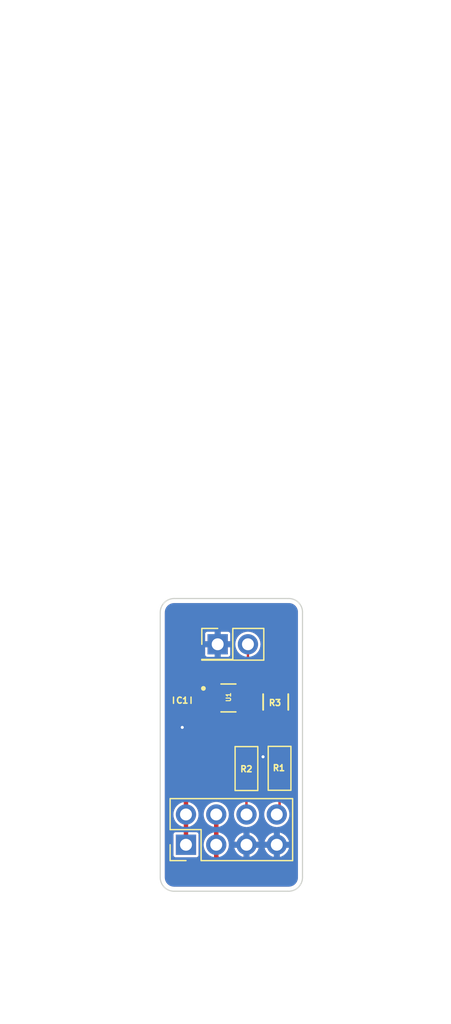
<source format=kicad_pcb>
(kicad_pcb (version 20240108) (generator "pcbnew") (generator_version "8.0")
  (layers (0 "F.Cu" signal) (31 "B.Cu" signal) (34 "B.Paste" user) (35 "F.Paste" user) (36 "B.SilkS" user "B.Silkscreen") (37 "F.SilkS" user "F.Silkscreen") (38 "B.Mask" user) (39 "F.Mask" user) (44 "Edge.Cuts" user))
  (net 0 "")
  (net 1 "GND")
  (net 2 "/Pass-Thru/VBUS_IN")
  (net 3 "/Pass-Thru/CC2")
  (net 4 "/Pass-Thru/CC1")
  (net 5 "/Pass-Thru/5V_OUT")
  (net 6 "/Pass-Thru/ISENSE")
  (footprint "Connector_PinHeader_2.54mm:PinHeader_2x04_P2.54mm_Vertical" (layer "F.Cu") (at 162.13 89.3 90)
    (property "Reference" "J1" (hide yes))
    (property "Value" "2x4 male 0.1\"")
    (fp_line (start 3.87 -1.33) (end 3.87 8.95) (stroke (width 0.12)) (layer "F.SilkS"))
    (fp_line (start 1.27 -1.33) (end 3.87 -1.33) (stroke (width 0.12)) (layer "F.SilkS"))
    (fp_line (start -1.33 -1.33) (end 0 -1.33) (stroke (width 0.12)) (layer "F.SilkS"))
    (fp_line (start -1.33 0) (end -1.33 -1.33) (stroke (width 0.12)) (layer "F.SilkS"))
    (fp_line (start 1.27 1.27) (end 1.27 -1.33) (stroke (width 0.12)) (layer "F.SilkS"))
    (fp_line (start -1.33 1.27) (end 1.27 1.27) (stroke (width 0.12)) (layer "F.SilkS"))
    (fp_line (start -1.33 1.27) (end -1.33 8.95) (stroke (width 0.12)) (layer "F.SilkS"))
    (fp_line (start -1.33 8.95) (end 3.87 8.95) (stroke (width 0.12)) (layer "F.SilkS"))
    (pad "1" thru_hole rect (at 0 0 90) (size 1.7 1.7) (drill 1) (layers "*.Cu" "*.Mask") (net 2 "/Pass-Thru/VBUS_IN"))
    (pad "2" thru_hole oval (at 2.54 0 90) (size 1.7 1.7) (drill 1) (layers "*.Cu" "*.Mask") (net 2 "/Pass-Thru/VBUS_IN"))
    (pad "3" thru_hole oval (at 0 2.54 90) (size 1.7 1.7) (drill 1) (layers "*.Cu" "*.Mask") (net 5 "/Pass-Thru/5V_OUT"))
    (pad "4" thru_hole oval (at 2.54 2.54 90) (size 1.7 1.7) (drill 1) (layers "*.Cu" "*.Mask") (net 5 "/Pass-Thru/5V_OUT"))
    (pad "5" thru_hole oval (at 0 5.08 90) (size 1.7 1.7) (drill 1) (layers "*.Cu" "*.Mask") (net 1 "GND"))
    (pad "6" thru_hole oval (at 2.54 5.08 90) (size 1.7 1.7) (drill 1) (layers "*.Cu" "*.Mask") (net 4 "/Pass-Thru/CC1"))
    (pad "7" thru_hole oval (at 0 7.62 90) (size 1.7 1.7) (drill 1) (layers "*.Cu" "*.Mask") (net 1 "GND"))
    (pad "8" thru_hole oval (at 2.54 7.62 90) (size 1.7 1.7) (drill 1) (layers "*.Cu" "*.Mask") (net 3 "/Pass-Thru/CC2"))
  )
  (footprint "Connector_PinHeader_2.54mm:PinHeader_2x01_P2.54mm_Vertical" (layer "F.Cu") (at 164.79 72.48)
    (property "Reference" "J2" (hide yes))
    (property "Value" "PH1RB-02-UA")
    (fp_line (start -1.33 -1.33) (end 0 -1.33) (stroke (width 0.12)) (layer "F.SilkS"))
    (fp_line (start -1.33 0) (end -1.33 -1.33) (stroke (width 0.12)) (layer "F.SilkS"))
    (fp_line (start -1.33 1.27) (end -1.33 1.33) (stroke (width 0.12)) (layer "F.SilkS"))
    (fp_line (start -1.33 1.27) (end 1.27 1.27) (stroke (width 0.12)) (layer "F.SilkS"))
    (fp_line (start -1.33 1.33) (end 3.87 1.33) (stroke (width 0.12)) (layer "F.SilkS"))
    (fp_line (start 1.27 -1.33) (end 3.87 -1.33) (stroke (width 0.12)) (layer "F.SilkS"))
    (fp_line (start 1.27 1.27) (end 1.27 -1.33) (stroke (width 0.12)) (layer "F.SilkS"))
    (fp_line (start 3.87 -1.33) (end 3.87 1.33) (stroke (width 0.12)) (layer "F.SilkS"))
    (pad "1" thru_hole rect (at 0 0) (size 1.7 1.7) (drill 1) (layers "*.Cu" "*.Mask") (net 1 "GND"))
    (pad "2" thru_hole oval (at 2.54 0) (size 1.7 1.7) (drill 1) (layers "*.Cu" "*.Mask") (net 6 "/Pass-Thru/ISENSE"))
  )
  (footprint "CSNL1206FT2L00:STA_CSNL1206_STP" (layer "F.Cu") (at 169.66 77.322 90)
    (property "Reference" "R3" (at -0.0702 -0.061 0) (layer "F.SilkS") (effects (font (size 0.508 0.508) (thickness 0.127) (bold yes))))
    (property "Value" "2mΩ 1% 1W")
    (fp_line (start 0.65765 -1.0541) (end -0.65765 -1.0541) (stroke (width 0.1524)) (layer "F.SilkS"))
    (fp_line (start -0.65765 1.0541) (end 0.65765 1.0541) (stroke (width 0.1524)) (layer "F.SilkS"))
    (pad "1" smd rect (at -1.4478 0 90) (size 0.9652 1.8542) (layers "F.Cu" "F.Paste" "F.Mask") (net 2 "/Pass-Thru/VBUS_IN"))
    (pad "2" smd rect (at 1.4478 0 90) (size 0.9652 1.8542) (layers "F.Cu" "F.Paste" "F.Mask") (net 5 "/Pass-Thru/5V_OUT"))
  )
  (footprint "INA211BIDCKT:SOT65P210X110-6N" (layer "F.Cu") (at 165.693 76.983)
    (property "Reference" "U1" (at 0.01 -0.06 90) (layer "F.SilkS") (effects (font (size 0.381 0.381) (thickness 0.09525) (bold yes))))
    (property "Value" "INA211BIDCKT")
    (fp_line (start -0.625 -1.17) (end 0.625 -1.17) (stroke (width 0.127)) (layer "F.SilkS"))
    (fp_line (start -0.625 1.17) (end 0.625 1.17) (stroke (width 0.127)) (layer "F.SilkS"))
    (fp_circle (center -2.1 -0.802) (end -2 -0.802) (stroke (width 0.2)) (fill none) (layer "F.SilkS"))
    (pad "1" smd roundrect (at -0.96 -0.65) (size 1.19 0.4) (layers "F.Cu" "F.Paste" "F.Mask") (roundrect_rratio 0.2) (net 1 "GND"))
    (pad "2" smd roundrect (at -0.96 0) (size 1.19 0.4) (layers "F.Cu" "F.Paste" "F.Mask") (roundrect_rratio 0.2) (net 1 "GND"))
    (pad "3" smd roundrect (at -0.96 0.65) (size 1.19 0.4) (layers "F.Cu" "F.Paste" "F.Mask") (roundrect_rratio 0.2) (net 2 "/Pass-Thru/VBUS_IN"))
    (pad "4" smd roundrect (at 0.96 0.65) (size 1.19 0.4) (layers "F.Cu" "F.Paste" "F.Mask") (roundrect_rratio 0.2) (net 2 "/Pass-Thru/VBUS_IN"))
    (pad "5" smd roundrect (at 0.96 0) (size 1.19 0.4) (layers "F.Cu" "F.Paste" "F.Mask") (roundrect_rratio 0.2) (net 5 "/Pass-Thru/5V_OUT"))
    (pad "6" smd roundrect (at 0.96 -0.65) (size 1.19 0.4) (layers "F.Cu" "F.Paste" "F.Mask") (roundrect_rratio 0.2) (net 6 "/Pass-Thru/ISENSE"))
  )
  (footprint "Capacitor_SMD:C_0805_2012Metric_Pad1.18x1.45mm_HandSolder" (layer "F.Cu") (at 161.818 77.174 -90)
    (property "Reference" "C1" (at 0.0175 0 180) (layer "F.SilkS") (effects (font (size 0.508 0.508) (thickness 0.127) (bold yes))))
    (property "Value" "0.1uF")
    (fp_line (start -0.261252 0.735) (end 0.261252 0.735) (stroke (width 0.12)) (layer "F.SilkS"))
    (fp_line (start -0.261252 -0.735) (end 0.261252 -0.735) (stroke (width 0.12)) (layer "F.SilkS"))
    (pad "1" smd roundrect (at -1.0375 0 270) (size 1.175 1.45) (layers "F.Cu" "F.Paste" "F.Mask") (roundrect_rratio 0.212766) (net 2 "/Pass-Thru/VBUS_IN"))
    (pad "2" smd roundrect (at 1.0375 0 270) (size 1.175 1.45) (layers "F.Cu" "F.Paste" "F.Mask") (roundrect_rratio 0.212766) (net 1 "GND"))
  )
  (footprint "PCM_Resistor_SMD_AKL:R_0805_2012Metric_Pad1.15x1.40mm_HandSolder" (layer "F.Cu") (at 167.205 82.907 90)
    (property "Reference" "R2" (at -0.042 -0.0075 0) (layer "F.SilkS") (effects (font (size 0.508 0.508) (thickness 0.127) (bold yes))))
    (property "Value" "5.1k 1%")
    (fp_line (start 1.8415 -0.9525) (end -1.8415 -0.9525) (stroke (width 0.12)) (layer "F.SilkS"))
    (fp_line (start -1.8415 -0.9525) (end -1.8415 0.9525) (stroke (width 0.12)) (layer "F.SilkS"))
    (fp_line (start 1.8415 0.9525) (end 1.8415 -0.9525) (stroke (width 0.12)) (layer "F.SilkS"))
    (fp_line (start -1.8415 0.9525) (end 1.8415 0.9525) (stroke (width 0.12)) (layer "F.SilkS"))
    (pad "1" smd roundrect (at -1.025 0 90) (size 1.15 1.4) (layers "F.Cu" "F.Paste" "F.Mask") (roundrect_rratio 0.217391) (net 4 "/Pass-Thru/CC1"))
    (pad "2" smd roundrect (at 1.025 0 90) (size 1.15 1.4) (layers "F.Cu" "F.Paste" "F.Mask") (roundrect_rratio 0.217391) (net 1 "GND"))
  )
  (footprint "PCM_Resistor_SMD_AKL:R_0805_2012Metric_Pad1.15x1.40mm_HandSolder" (layer "F.Cu") (at 169.984 82.887 90)
    (property "Reference" "R1" (at 0.028 -0.057 0) (layer "F.SilkS") (effects (font (size 0.508 0.508) (thickness 0.127) (bold yes))))
    (property "Value" "5.1k 1%")
    (fp_line (start 1.8415 -0.9525) (end -1.8415 -0.9525) (stroke (width 0.12)) (layer "F.SilkS"))
    (fp_line (start -1.8415 -0.9525) (end -1.8415 0.9525) (stroke (width 0.12)) (layer "F.SilkS"))
    (fp_line (start 1.8415 0.9525) (end 1.8415 -0.9525) (stroke (width 0.12)) (layer "F.SilkS"))
    (fp_line (start -1.8415 0.9525) (end 1.8415 0.9525) (stroke (width 0.12)) (layer "F.SilkS"))
    (pad "1" smd roundrect (at -1.025 0 90) (size 1.15 1.4) (layers "F.Cu" "F.Paste" "F.Mask") (roundrect_rratio 0.217391) (net 3 "/Pass-Thru/CC2"))
    (pad "2" smd roundrect (at 1.025 0 90) (size 1.15 1.4) (layers "F.Cu" "F.Paste" "F.Mask") (roundrect_rratio 0.217391) (net 1 "GND"))
  )
  (gr_arc (start 171.908437 92.02013) (mid 171.553386 92.87368) (end 170.687699 93.198014) (stroke (width 0.1016)) (layer "Edge.Cuts"))
  (gr_arc (start 170.72 68.64061) (mid 171.569575 68.973083) (end 171.908437 69.82013) (stroke (width 0.1016)) (layer "Edge.Cuts"))
  (gr_line (start 170.68 93.198014) (end 161.137699 93.198014) (stroke (width 0.1016)) (layer "Edge.Cuts"))
  (gr_line (start 159.97 92.04) (end 159.97 69.85) (stroke (width 0.1016)) (layer "Edge.Cuts"))
  (gr_arc (start 159.971777 69.85) (mid 160.299029 68.997748) (end 161.13939 68.641071) (stroke (width 0.1016)) (layer "Edge.Cuts"))
  (gr_line (start 171.908437 69.82013) (end 171.908437 92.02013) (stroke (width 0.1016)) (layer "Edge.Cuts"))
  (gr_line (start 161.14 68.64061) (end 170.72 68.64061) (stroke (width 0.1016)) (layer "Edge.Cuts"))
  (gr_arc (start 161.13 93.198835) (mid 160.31108 92.860871) (end 159.970565 92.043008) (stroke (width 0.1016)) (layer "Edge.Cuts"))
  (segment (start 164.733 76.333) (end 164.733 72.537) (width 0.2032) (layer "F.Cu") (net 1))
  (segment (start 164.733 76.983) (end 164.733 76.333) (width 0.2032) (layer "F.Cu") (net 1))
  (segment (start 168.602 81.914) (end 169.932 81.914) (width 0.2032) (layer "F.Cu") (net 1))
  (segment (start 164.733 72.537) (end 164.79 72.48) (width 0.2032) (layer "F.Cu") (net 1))
  (segment (start 168.597 81.919) (end 168.602 81.914) (width 0.2032) (layer "F.Cu") (net 1))
  (segment (start 169.932 81.914) (end 169.984 81.862) (width 0.2032) (layer "F.Cu") (net 1))
  (segment (start 168.56 81.882) (end 168.597 81.919) (width 0.2032) (layer "F.Cu") (net 1))
  (segment (start 161.818 78.2115) (end 161.818 79.454) (width 0.2032) (layer "F.Cu") (net 1))
  (segment (start 167.205 81.882) (end 168.56 81.882) (width 0.2032) (layer "F.Cu") (net 1))
  (via (at 161.818 79.454) (size 0.508) (drill 0.254) (layers "F.Cu" "B.Cu") (net 1))
  (via (at 168.597 81.919) (size 0.508) (drill 0.254) (layers "F.Cu" "B.Cu") (net 1))
  (segment (start 162.13 86.76) (end 162.13 82.892) (width 0.381) (layer "F.Cu") (net 2))
  (segment (start 162.6535 76.1365) (end 161.818 76.1365) (width 0.2032) (layer "F.Cu") (net 2))
  (segment (start 162.13 82.892) (end 165.094 79.928) (width 0.381) (layer "F.Cu") (net 2))
  (segment (start 162.13 86.76) (end 162.13 89.3) (width 0.381) (layer "F.Cu") (net 2))
  (segment (start 169.073 79.928) (end 169.66 79.341) (width 0.381) (layer "F.Cu") (net 2))
  (segment (start 169.181 77.633) (end 169.66 78.112) (width 0.2032) (layer "F.Cu") (net 2))
  (segment (start 169.66 78.112) (end 169.66 78.7698) (width 0.2032) (layer "F.Cu") (net 2))
  (segment (start 169.66 79.341) (end 169.66 78.7698) (width 0.381) (layer "F.Cu") (net 2))
  (segment (start 164.733 77.633) (end 165.094 77.994) (width 0.2032) (layer "F.Cu") (net 2))
  (segment (start 166.653 77.633) (end 169.181 77.633) (width 0.2032) (layer "F.Cu") (net 2))
  (segment (start 165.094 77.994) (end 165.094 79.928) (width 0.2032) (layer "F.Cu") (net 2))
  (segment (start 164.733 77.633) (end 164.15 77.633) (width 0.2032) (layer "F.Cu") (net 2))
  (segment (start 165.094 79.928) (end 169.073 79.928) (width 0.381) (layer "F.Cu") (net 2))
  (segment (start 164.15 77.633) (end 162.6535 76.1365) (width 0.2032) (layer "F.Cu") (net 2))
  (segment (start 169.984 83.912) (end 169.984 86.526) (width 0.2032) (layer "F.Cu") (net 3))
  (segment (start 169.984 86.526) (end 169.75 86.76) (width 0.2032) (layer "F.Cu") (net 3))
  (segment (start 167.205 83.932) (end 167.205 86.755) (width 0.2032) (layer "F.Cu") (net 4))
  (segment (start 167.205 86.755) (end 167.21 86.76) (width 0.2032) (layer "F.Cu") (net 4))
  (segment (start 171.276 76.232) (end 171.276 91.102937) (width 0.381) (layer "F.Cu") (net 5))
  (segment (start 169.66 75.8742) (end 170.9182 75.8742) (width 0.381) (layer "F.Cu") (net 5))
  (segment (start 169.198 76.983) (end 169.66 76.521) (width 0.2032) (layer "F.Cu") (net 5))
  (segment (start 164.67 90.357) (end 164.67 89.3) (width 0.381) (layer "F.Cu") (net 5))
  (segment (start 166.653 76.983) (end 169.198 76.983) (width 0.2032) (layer "F.Cu") (net 5))
  (segment (start 164.67 86.76) (end 164.67 89.3) (width 0.381) (layer "F.Cu") (net 5))
  (segment (start 165.948 91.635) (end 164.67 90.357) (width 0.381) (layer "F.Cu") (net 5))
  (segment (start 170.896937 91.632063) (end 170.894 91.635) (width 0.381) (layer "F.Cu") (net 5))
  (segment (start 171.276 91.102937) (end 170.896937 91.482) (width 0.381) (layer "F.Cu") (net 5))
  (segment (start 170.9182 75.8742) (end 171.276 76.232) (width 0.381) (layer "F.Cu") (net 5))
  (segment (start 169.66 76.521) (end 169.66 75.8742) (width 0.2032) (layer "F.Cu") (net 5))
  (segment (start 170.896937 91.482) (end 170.896937 91.632063) (width 0.381) (layer "F.Cu") (net 5))
  (segment (start 170.894 91.635) (end 165.948 91.635) (width 0.381) (layer "F.Cu") (net 5))
  (segment (start 166.653 76.333) (end 167.33 75.656) (width 0.2032) (layer "F.Cu") (net 6))
  (segment (start 167.33 75.656) (end 167.33 72.48) (width 0.2032) (layer "F.Cu") (net 6))
  (zone (net 1) (net_name "GND") (layers "F&B.Cu") (name "GND") (priority 2) (connect_pads (clearance 0.2032)) (min_thickness 0.2032) (fill yes (thermal_gap 0.2032) (thermal_bridge_width 0.508))
    (polygon (pts (xy 160.066 68.74) (xy 171.824 68.74) (xy 171.824 92.916) (xy 171.56 93.18) (xy 160.066 93.18)))
  )
)
</source>
